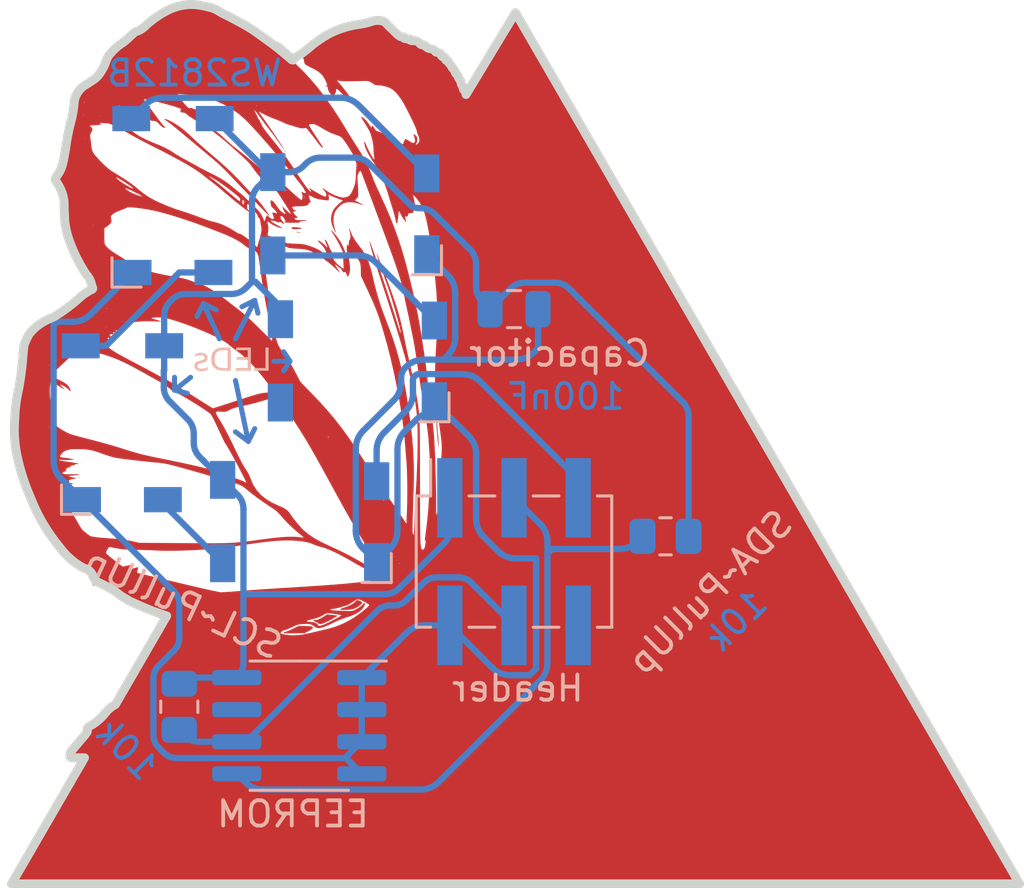
<source format=kicad_pcb>
(kicad_pcb (version 20220609) (generator pcbnew)
  (layers (0 "F.Cu" signal) (31 "B.Cu" signal) (34 "B.Paste" user) (35 "F.Paste" user) (36 "B.SilkS" user "B.Silkscreen") (37 "F.SilkS" user "F.Silkscreen") (38 "B.Mask" user) (39 "F.Mask" user) (44 "Edge.Cuts" user))
  (net 0 "")
  (net 1 "Net-(D1-Pad2)")
  (net 3 "/SDA")
  (net 4 "/SCL")
  (net 7 "+3V3")
  (net 8 "GND")
  (net 9 "LED_DATA")
  (net 10 "Net-(D2-Pad2)")
  (net 11 "Net-(D3-Pad2)")
  (net 12 "Net-(D4-Pad2)")
  (footprint "BamboulabFootprints:Butterfly Back No Soldermask" (layer "F.Cu") (at 115.661816 86.310817)
    (fp_text reference "G***" hide)
    (fp_text value "LOGO" hide)
  )
  (footprint "BamboulabFootprints:Butterfly Copper" (layer "F.Cu") (at 120.55 86.85)
    (fp_text reference "G***" hide)
    (fp_text value "LOGO" hide)
  )
  (footprint "BamboulabFootprints:Butterfly No Soldermask" (layer "F.Cu") (at 115.75 86.35)
    (fp_text reference "G***" hide)
    (fp_text value "LOGO" hide)
  )
  (footprint "Capacitor_SMD:C_0805_2012Metric" (layer "B.Cu") (at 120.5 81.5)
    (fp_text reference "Capacitor")
    (fp_text value "100nF")
  )
  (footprint "BamboulabFootprints:LED WS2812B 5mm Reverse Mount" (layer "B.Cu") (at 114.3 83.55 180)
    (fp_text reference "D5")
    (fp_text value "WS2812B")
  )
  (footprint "BamboulabFootprints:LED WS2812B 5mm Reverse Mount" (layer "B.Cu") (at 112.014 89.916 180)
    (fp_text reference "D1")
    (fp_text value "WS2812B")
  )
  (footprint "BamboulabFootprints:LED WS2812B 5mm Reverse Mount" (layer "B.Cu") (at 107 77 90)
    (fp_text reference "D3")
    (fp_text value "WS2812B")
  )
  (footprint "Package_SO:SOIC-8_3.9x4.9mm_P1.27mm" (layer "B.Cu") (at 112 98 180)
    (fp_text reference "EEPROM")
    (fp_text value "ZD24C08A-SSGMT")
  )
  (footprint "BamboulabFootprints:LED WS2812B 5mm Reverse Mount" (layer "B.Cu") (at 114 77.724 180)
    (fp_text reference "D4")
    (fp_text value "WS2812B")
  )
  (footprint "BamboulabFootprints:LED WS2812B 5mm Reverse Mount" (layer "B.Cu") (at 105 86 90)
    (fp_text reference "D2")
    (fp_text value "WS2812B")
  )
  (footprint "Resistor_SMD:R_0805_2012Metric" (layer "B.Cu") (at 107.25 97.25 90)
    (fp_text reference "SCL~PullUp")
    (fp_text value "10k")
  )
  (footprint "Resistor_SMD:R_0805_2012Metric" (layer "B.Cu") (at 126.5 90.5)
    (fp_text reference "SDA~PullUp")
    (fp_text value "10k")
  )
  (footprint "Connector_PinHeader_2.54mm:PinHeader_2x03_P2.54mm_Vertical_SMD" (layer "B.Cu") (at 120.5 91.5 -90)
    (fp_text reference "Header")
    (fp_text value "SA02")
  )
  (gr_line (start 109.982 86.741) (end 109.474 86.36) (stroke (width 0.2)) (layer "B.Cu"))
  (gr_line (start 111.633 83.566) (end 111.379 83.947) (stroke (width 0.2)) (layer "B.Cu"))
  (gr_line (start 109.474 82.677) (end 110.236 81.153) (stroke (width 0.2)) (layer "B.Cu"))
  (gr_line (start 107.061 84.709) (end 107.061 84.201) (stroke (width 0.2)) (layer "B.Cu"))
  (gr_line (start 108.204 81.28) (end 107.95 81.788) (stroke (width 0.2)) (layer "B.Cu"))
  (gr_line (start 111.633 83.566) (end 111.379 83.185) (stroke (width 0.2)) (layer "B.Cu"))
  (gr_line (start 110.236 81.153) (end 109.728 81.407) (stroke (width 0.2)) (layer "B.Cu"))
  (gr_line (start 107.696 84.201) (end 107.061 84.709) (stroke (width 0.2)) (layer "B.Cu"))
  (gr_line (start 108.839 82.677) (end 108.204 81.28) (stroke (width 0.2)) (layer "B.Cu"))
  (gr_line (start 107.061 84.709) (end 107.569 84.836) (stroke (width 0.2)) (layer "B.Cu"))
  (gr_line (start 110.236 81.153) (end 110.363 81.661) (stroke (width 0.2)) (layer "B.Cu"))
  (gr_line (start 109.474 84.328) (end 109.982 86.741) (stroke (width 0.2)) (layer "B.Cu"))
  (gr_line (start 109.982 86.741) (end 110.236 86.233) (stroke (width 0.2)) (layer "B.Cu"))
  (gr_line (start 108.204 81.28) (end 108.712 81.534) (stroke (width 0.2)) (layer "B.Cu"))
  (gr_line (start 110.998 83.566) (end 111.633 83.566) (stroke (width 0.2)) (layer "B.Cu"))
  (gr_line (start 111.123016 71.086564) (end 111.195174 71.144788) (stroke (width 0.35388)) (layer "Edge.Cuts"))
  (gr_line (start 111.472921 71.374264) (end 111.578359 71.464275) (stroke (width 0.35388)) (layer "Edge.Cuts"))
  (gr_line (start 111.578359 71.464275) (end 111.676748 71.550886) (stroke (width 0.35388)) (layer "Edge.Cuts"))
  (gr_line (start 111.720771 71.591011) (end 111.76 71.628) (stroke (width 0.35388)) (layer "Edge.Cuts"))
  (gr_line (start 111.195174 71.144788) (end 111.36852 71.286948) (stroke (width 0.35388)) (layer "Edge.Cuts"))
  (gr_line (start 111.76 71.628) (end 111.76 71.628) (stroke (width 0.35388)) (layer "Edge.Cuts"))
  (gr_line (start 111.36852 71.286948) (end 111.472921 71.374264) (stroke (width 0.35388)) (layer "Edge.Cuts"))
  (gr_poly (pts (xy 100.605697 104.266371) (xy 103.496898 99.273121) (xy 103.143018 99.273121) (xy 103.072325 99.272914) (xy 103.043271 99.272421) (xy 103.018054 99.271462) (xy 102.996403 99.269881) (xy 102.978049 99.267523) (xy 102.962722 99.264231) (xy 102.95611 99.262186) (xy 102.950153 99.25985) (xy 102.944819 99.257203) (xy 102.940072 99.254226) (xy 102.935881 99.250899) (xy 102.93221 99.247202) (xy 102.929027 99.243116) (xy 102.926297 99.238622) (xy 102.923988 99.233701) (xy 102.922064 99.228332) (xy 102.919241 99.216176) (xy 102.917558 99.201998) (xy 102.916745 99.185643) (xy 102.916535 99.166955) (xy 102.916689 99.157163) (xy 102.917191 99.147633) (xy 102.918098 99.138271) (xy 102.919465 99.128989) (xy 102.921351 99.119693) (xy 102.923813 99.110293) (xy 102.926907 99.100698) (xy 102.93069 99.090815) (xy 102.93522 99.080554) (xy 102.940553 99.069823) (xy 102.946747 99.058531) (xy 102.953858 99.046587) (xy 102.961944 99.033898) (xy 102.971061 99.020375) (xy 102.981267 99.005925) (xy 102.992619 98.990456) (xy 103.018987 98.956101) (xy 103.050622 98.916577) (xy 103.08798 98.871154) (xy 103.131517 98.819101) (xy 103.376579 98.529969) (xy 103.407004 98.496319) (xy 103.436838 98.462157) (xy 103.466074 98.42749) (xy 103.494706 98.392326) (xy 103.522727 98.356674) (xy 103.550131 98.320541) (xy 103.576911 98.283936) (xy 103.603062 98.246865) (xy 103.604406 98.241412) (xy 103.605572 98.235928) (xy 103.606558 98.230418) (xy 103.607364 98.224887) (xy 103.607992 98.219338) (xy 103.60844 98.213776) (xy 103.608709 98.208205) (xy 103.608799 98.20263) (xy 103.608709 98.197055) (xy 103.60844 98.191484) (xy 103.607992 98.185922) (xy 103.607364 98.180373) (xy 103.606558 98.174841) (xy 103.605572 98.169331) (xy 103.604406 98.163847) (xy 103.603062 98.158394) (xy 103.603292 98.146768) (xy 103.604071 98.135717) (xy 103.604709 98.13038) (xy 103.605534 98.125153) (xy 103.606565 98.120027) (xy 103.607817 98.114989) (xy 103.609307 98.110029) (xy 103.611053 98.105135) (xy 103.613071 98.100298) (xy 103.615378 98.095505) (xy 103.617991 98.090745) (xy 103.620927 98.086009) (xy 103.624202 98.081284) (xy 103.627833 98.07656) (xy 103.631838 98.071825) (xy 103.636233 98.067069) (xy 103.641034 98.062281) (xy 103.64626 98.057449) (xy 103.651926 98.052563) (xy 103.65805 98.047611) (xy 103.664647 98.042583) (xy 103.671736 98.037467) (xy 103.679334 98.032253) (xy 103.687456 98.026929) (xy 103.705341 98.01591) (xy 103.725529 98.00432) (xy 103.748153 97.992071) (xy 103.792792 97.965068) (xy 103.836694 97.936989) (xy 103.879842 97.907851) (xy 103.922218 97.87767) (xy 103.963803 97.846462) (xy 104.004579 97.814242) (xy 104.044529 97.781029) (xy 104.083634 97.746837) (xy 104.121877 97.711682) (xy 104.159238 97.675582) (xy 104.195701 97.638551) (xy 104.231248 97.600607) (xy 104.265859 97.561766) (xy 104.299517 97.522043) (xy 104.332205 97.481455) (xy 104.363903 97.440018) (xy 104.382867 97.419044) (xy 104.402293 97.398534) (xy 104.422171 97.378495) (xy 104.442495 97.358934) (xy 104.463253 97.339857) (xy 104.484438 97.321272) (xy 104.506041 97.303186) (xy 104.528052 97.285605) (xy 104.550463 97.268536) (xy 104.573264 97.251987) (xy 104.596448 97.235965) (xy 104.620005 97.220475) (xy 104.643926 97.205527) (xy 104.668202 97.191125) (xy 104.692824 97.177277) (xy 104.717784 97.163991) (xy 105.333536 96.102352) (xy 106.749056 93.653503) (xy 106.56427 93.590933) (xy 106.380521 93.525487) (xy 106.197843 93.457177) (xy 106.01627 93.386017) (xy 105.835834 93.312019) (xy 105.65657 93.235198) (xy 105.478509 93.155566) (xy 105.301686 93.073137) (xy 105.283993 93.073137) (xy 105.267086 93.059028) (xy 105.249808 93.045398) (xy 105.232168 93.032252) (xy 105.214176 93.019599) (xy 105.195844 93.007446) (xy 105.17718 92.995798) (xy 105.158196 92.984664) (xy 105.138902 92.974051) (xy 105.091536 92.949332) (xy 105.045001 92.923164) (xy 104.999327 92.89557) (xy 104.954547 92.866571) (xy 104.910695 92.836189) (xy 104.867801 92.804444) (xy 104.8259 92.77136) (xy 104.785022 92.736956) (xy 104.704676 92.683295) (xy 104.623212 92.63141) (xy 104.540662 92.581315) (xy 104.457055 92.533029) (xy 104.37242 92.486568) (xy 104.286788 92.441948) (xy 104.200187 92.399187) (xy 104.112648 92.3583) (xy 104.049254 92.325262) (xy 104.022357 92.310434) (xy 103.998301 92.296372) (xy 103.976816 92.282808) (xy 103.957633 92.269472) (xy 103.940481 92.256095) (xy 103.925093 92.242406) (xy 103.911197 92.228137) (xy 103.898524 92.213017) (xy 103.886805 92.196778) (xy 103.875771 92.17915) (xy 103.865151 92.159863) (xy 103.854676 92.138647) (xy 103.844077 92.115233) (xy 103.833084 92.089352) (xy 103.823225 92.058727) (xy 103.811337 92.029143) (xy 103.797505 92.000676) (xy 103.781812 91.973403) (xy 103.764344 91.947402) (xy 103.745185 91.92275) (xy 103.72442 91.899522) (xy 103.702133 91.877798) (xy 103.678409 91.857652) (xy 103.653332 91.839163) (xy 103.626987 91.822407) (xy 103.599459 91.807461) (xy 103.570832 91.794402) (xy 103.541191 91.783308) (xy 103.51062 91.774254) (xy 103.479204 91.767319) (xy 103.41182 91.730491) (xy 103.345545 91.691899) (xy 103.28041 91.651572) (xy 103.216449 91.609536) (xy 103.153692 91.565818) (xy 103.092171 91.520446) (xy 103.03192 91.473447) (xy 102.97297 91.424848) (xy 102.915352 91.374676) (xy 102.859099 91.322958) (xy 102.804243 91.269721) (xy 102.750816 91.214992) (xy 102.69885 91.158799) (xy 102.648377 91.101169) (xy 102.599428 91.042128) (xy 102.552037 90.981704) (xy 102.353864 90.730451) (xy 102.205627 90.531247) (xy 102.064633 90.327133) (xy 101.930996 90.118311) (xy 101.80483 89.904981) (xy 101.686249 89.687343) (xy 101.575367 89.465599) (xy 101.472297 89.239948) (xy 101.377155 89.010593) (xy 101.297975 88.819057) (xy 101.265186 88.740374) (xy 101.242682 88.688563) (xy 101.173812 88.509088) (xy 101.109033 88.328176) (xy 101.048365 88.145894) (xy 100.991828 87.962315) (xy 100.939443 87.777508) (xy 100.891231 87.591543) (xy 100.847213 87.404491) (xy 100.80741 87.216423) (xy 100.778169 87.045471) (xy 100.75474 86.873776) (xy 100.73713 86.701486) (xy 100.725347 86.528749) (xy 100.719398 86.355713) (xy 100.719291 86.182526) (xy 100.725033 86.009335) (xy 100.736633 85.836289) (xy 100.742589 85.693844) (xy 100.752042 85.551653) (xy 100.764983 85.40978) (xy 100.781404 85.268288) (xy 100.801296 85.127243) (xy 100.824652 84.986707) (xy 100.851464 84.846745) (xy 100.881722 84.707422) (xy 100.912134 84.540948) (xy 100.940182 84.374089) (xy 100.965863 84.206868) (xy 100.989175 84.03931) (xy 101.010115 83.87144) (xy 101.028678 83.703281) (xy 101.044861 83.534859) (xy 101.058662 83.366197) (xy 101.072321 83.212043) (xy 101.085647 83.077792) (xy 101.096982 82.978043) (xy 101.101385 82.945668) (xy 101.104668 82.927394) (xy 101.125794 82.869017) (xy 101.148366 82.811216) (xy 101.172371 82.754016) (xy 101.197796 82.697445) (xy 101.22463 82.641527) (xy 101.252859 82.58629) (xy 101.282473 82.531761) (xy 101.313458 82.477965) (xy 101.337036 82.449276) (xy 101.361132 82.421049) (xy 101.385736 82.393291) (xy 101.410844 82.366009) (xy 101.436446 82.339208) (xy 101.462537 82.312896) (xy 101.489109 82.287079) (xy 101.516155 82.261764) (xy 101.543667 82.236956) (xy 101.57164 82.212664) (xy 101.600065 82.188892) (xy 101.628935 82.165649) (xy 101.658244 82.142939) (xy 101.687984 82.120771) (xy 101.718148 82.099149) (xy 101.74873 82.078082) (xy 101.802096 82.043729) (xy 101.856326 82.010819) (xy 101.911388 81.979368) (xy 101.967254 81.949389) (xy 102.023893 81.9209) (xy 102.081276 81.893915) (xy 102.139374 81.868449) (xy 102.198157 81.844518) (xy 102.217086 81.836852) (xy 102.235806 81.828713) (xy 102.254309 81.820106) (xy 102.272585 81.811036) (xy 102.290625 81.801506) (xy 102.308422 81.791521) (xy 102.325966 81.781086) (xy 102.343248 81.770205) (xy 102.467453 81.690732) (xy 102.589871 81.608626) (xy 102.710462 81.52392) (xy 102.829184 81.436642) (xy 102.945997 81.346826) (xy 103.060859 81.2545) (xy 103.17373 81.159697) (xy 103.284568 81.062447) (xy 103.311483 81.038192) (xy 103.33879 81.014408) (xy 103.366484 80.991099) (xy 103.394558 80.96827) (xy 103.423006 80.945925) (xy 103.45182 80.924068) (xy 103.480996 80.902704) (xy 103.510527 80.881837) (xy 103.540405 80.861472) (xy 103.570625 80.841613) (xy 103.601181 80.822265) (xy 103.632066 80.803432) (xy 103.663274 80.785118) (xy 103.694797 80.767327) (xy 103.726631 80.750065) (xy 103.758769 80.733336) (xy 103.771299 80.728178) (xy 103.782372 80.723258) (xy 103.792026 80.718484) (xy 103.796331 80.716122) (xy 103.800295 80.713762) (xy 103.803922 80.711391) (xy 103.807216 80.708998) (xy 103.810182 80.706571) (xy 103.812826 80.704099) (xy 103.81515 80.70157) (xy 103.81716 80.698973) (xy 103.818861 80.696295) (xy 103.820256 80.693524) (xy 103.82135 80.690651) (xy 103.822149 80.687662) (xy 103.822656 80.684546) (xy 103.822875 80.681291) (xy 103.822812 80.677886) (xy 103.822472 80.674319) (xy 103.821858 80.670578) (xy 103.820974 80.666652) (xy 103.819827 80.662529) (xy 103.81842 80.658197) (xy 103.814844 80.648861) (xy 103.810283 80.638551) (xy 103.804773 80.627173) (xy 103.798383 80.610382) (xy 103.792423 80.593444) (xy 103.786896 80.576365) (xy 103.781805 80.559154) (xy 103.777153 80.54182) (xy 103.77294 80.524371) (xy 103.769171 80.506814) (xy 103.765846 80.489159) (xy 103.759042 80.464466) (xy 103.75148 80.44004) (xy 103.743171 80.415897) (xy 103.734124 80.392055) (xy 103.724347 80.368528) (xy 103.713849 80.345335) (xy 103.70264 80.32249) (xy 103.690728 80.30001) (xy 103.678122 80.277912) (xy 103.664832 80.256212) (xy 103.650865 80.234926) (xy 103.636232 80.21407) (xy 103.620942 80.193661) (xy 103.605002 80.173716) (xy 103.588423 80.154249) (xy 103.571212 80.135279) (xy 103.457165 79.95755) (xy 103.349378 79.776173) (xy 103.247933 79.591314) (xy 103.152912 79.403142) (xy 103.064395 79.211824) (xy 102.982463 79.017528) (xy 102.907198 78.820422) (xy 102.83868 78.620673) (xy 102.817414 78.544964) (xy 102.79779 78.468842) (xy 102.779813 78.392333) (xy 102.763489 78.315464) (xy 102.748822 78.238261) (xy 102.735818 78.160752) (xy 102.724483 78.082962) (xy 102.714822 78.00492) (xy 102.690051 77.491794) (xy 102.692593 77.423755) (xy 102.692239 77.355763) (xy 102.689001 77.287908) (xy 102.682887 77.220282) (xy 102.67391 77.152976) (xy 102.662077 77.086082) (xy 102.647401 77.019691) (xy 102.629891 76.953896) (xy 102.607964 76.889777) (xy 102.583778 76.826545) (xy 102.557359 76.76426) (xy 102.528738 76.70298) (xy 102.497941 76.642763) (xy 102.464999 76.583668) (xy 102.429939 76.525754) (xy 102.392791 76.469079) (xy 102.388079 76.462647) (xy 102.383518 76.456116) (xy 102.379107 76.44949) (xy 102.37485 76.44277) (xy 102.370747 76.435959) (xy 102.366799 76.429061) (xy 102.363008 76.422077) (xy 102.359375 76.415011) (xy 102.355902 76.407866) (xy 102.35259 76.400643) (xy 102.34944 76.393346) (xy 102.346454 76.385977) (xy 102.343632 76.378539) (xy 102.340977 76.371035) (xy 102.338489 76.363467) (xy 102.336171 76.355838) (xy 102.345324 76.332723) (xy 102.355298 76.309976) (xy 102.366081 76.28762) (xy 102.377661 76.265675) (xy 102.390027 76.244163) (xy 102.403166 76.223105) (xy 102.417067 76.202523) (xy 102.431719 76.182437) (xy 102.462668 76.134769) (xy 102.49071 76.089225) (xy 102.51617 76.044698) (xy 102.539376 76.000078) (xy 102.560652 75.954255) (xy 102.580327 75.90612) (xy 102.598727 75.854564) (xy 102.616179 75.798477) (xy 102.633008 75.73675) (xy 102.649541 75.668274) (xy 102.666106 75.591939) (xy 102.683029 75.506636) (xy 102.700636 75.411256) (xy 102.719253 75.30469) (xy 102.760827 75.053559) (xy 102.78119 74.915768) (xy 102.803835 74.778363) (xy 102.828757 74.64137) (xy 102.85595 74.50482) (xy 102.885407 74.368741) (xy 102.917124 74.23316) (xy 102.951094 74.098107) (xy 102.98731 73.963611) (xy 103.006453 73.876106) (xy 103.023926 73.788278) (xy 103.039724 73.70015) (xy 103.053844 73.611746) (xy 103.066282 73.52309) (xy 103.077036 73.434206) (xy 103.086101 73.345117) (xy 103.093474 73.255848) (xy 103.104326 73.204183) (xy 103.117981 73.153494) (xy 103.13437 73.103879) (xy 103.153422 73.055437) (xy 103.175067 73.008264) (xy 103.199233 72.962458) (xy 103.225851 72.918119) (xy 103.254851 72.875343) (xy 103.286162 72.834228) (xy 103.319713 72.794873) (xy 103.355435 72.757375) (xy 103.393257 72.721832) (xy 103.433108 72.688342) (xy 103.474918 72.657003) (xy 103.518617 72.627913) (xy 103.564134 72.601169) (xy 103.591857 72.584194) (xy 103.621364 72.56556) (xy 103.682242 72.52597) (xy 103.787079 72.456078) (xy 103.814327 72.439716) (xy 103.840975 72.422504) (xy 103.867003 72.404459) (xy 103.892396 72.385598) (xy 103.917134 72.36594) (xy 103.9412 72.345503) (xy 103.964576 72.324305) (xy 103.987244 72.302363) (xy 104.009186 72.279695) (xy 104.030384 72.256319) (xy 104.050821 72.232253) (xy 104.070479 72.207515) (xy 104.08934 72.182122) (xy 104.107385 72.156093) (xy 104.124598 72.129446) (xy 104.140959 72.102198) (xy 104.168956 72.060718) (xy 104.195563 72.018379) (xy 104.220761 71.975219) (xy 104.244532 71.931271) (xy 104.266858 71.886571) (xy 104.287719 71.841156) (xy 104.307099 71.79506) (xy 104.324977 71.748318) (xy 104.335397 71.716598) (xy 104.346385 71.685078) (xy 104.357937 71.653768) (xy 104.370051 71.622673) (xy 104.382724 71.591801) (xy 104.395952 71.561161) (xy 104.409733 71.530759) (xy 104.424064 71.500603) (xy 104.455046 71.45851) (xy 104.487021 71.417236) (xy 104.519971 71.376796) (xy 104.553878 71.337208) (xy 104.588725 71.298487) (xy 104.624496 71.260649) (xy 104.661173 71.223711) (xy 104.698739 71.187688) (xy 104.737177 71.152597) (xy 104.776468 71.118453) (xy 104.816597 71.085273) (xy 104.857546 71.053073) (xy 104.899298 71.021869) (xy 104.941836 70.991677) (xy 104.985142 70.962513) (xy 105.029199 70.934394) (xy 105.068774 70.903013) (xy 105.107922 70.87111) (xy 105.146637 70.83869) (xy 105.184913 70.805757) (xy 105.222746 70.772315) (xy 105.26013 70.73837) (xy 105.297061 70.703925) (xy 105.333533 70.668986) (xy 105.381736 70.623506) (xy 105.42123 70.587149) (xy 105.453592 70.558756) (xy 105.46759 70.547182) (xy 105.480396 70.537163) (xy 105.492206 70.528554) (xy 105.503218 70.521211) (xy 105.513629 70.514987) (xy 105.523636 70.509737) (xy 105.533435 70.505317) (xy 105.543223 70.501581) (xy 105.553199 70.498385) (xy 105.563558 70.495582) (xy 105.588555 70.486483) (xy 105.613236 70.476666) (xy 105.637585 70.466142) (xy 105.661589 70.454919) (xy 105.685233 70.443006) (xy 105.708503 70.430413) (xy 105.731385 70.417149) (xy 105.753862 70.403223) (xy 105.775923 70.388644) (xy 105.797551 70.373422) (xy 105.818733 70.357566) (xy 105.839453 70.341085) (xy 105.859699 70.323989) (xy 105.879454 70.306286) (xy 105.898706 70.287986) (xy 105.917438 70.269099) (xy 105.967753 70.223268) (xy 106.018854 70.178374) (xy 106.070727 70.134425) (xy 106.123358 70.09143) (xy 106.176735 70.0494) (xy 106.230844 70.008342) (xy 106.285672 69.968268) (xy 106.341204 69.929185) (xy 106.397427 69.891103) (xy 106.454328 69.854032) (xy 106.511894 69.817981) (xy 106.57011 69.782959) (xy 106.628964 69.748975) (xy 106.688441 69.716039) (xy 106.748529 69.68416) (xy 106.809214 69.653347) (xy 106.847938 69.634443) (xy 106.887016 69.616359) (xy 106.926436 69.5991) (xy 106.966182 69.582669) (xy 107.006244 69.567072) (xy 107.046606 69.552311) (xy 107.087257 69.538392) (xy 107.128182 69.525317) (xy 107.16937 69.513092) (xy 107.210805 69.50172) (xy 107.252476 69.491206) (xy 107.294368 69.481553) (xy 107.33647 69.472765) (xy 107.378767 69.464847) (xy 107.421246 69.457802) (xy 107.463894 69.451635) (xy 107.529132 69.443263) (xy 107.594567 69.437282) (xy 107.660133 69.433694) (xy 107.725765 69.432498) (xy 107.791397 69.433694) (xy 107.856963 69.437282) (xy 107.922398 69.443263) (xy 107.987637 69.451635) (xy 108.048423 69.460788) (xy 108.109052 69.470868) (xy 108.169512 69.481875) (xy 108.229792 69.493805) (xy 108.289883 69.506657) (xy 108.349774 69.520428) (xy 108.409454 69.535117) (xy 108.468913 69.550721) (xy 108.492466 69.556502) (xy 108.515866 69.562796) (xy 108.539104 69.569601) (xy 108.562172 69.576912) (xy 108.585062 69.584726) (xy 108.607766 69.593039) (xy 108.630276 69.601849) (xy 108.652584 69.611152) (xy 108.674682 69.620944) (xy 108.696561 69.631221) (xy 108.718213 69.641981) (xy 108.739631 69.653219) (xy 108.760806 69.664933) (xy 108.78173 69.677118) (xy 108.802395 69.689772) (xy 108.822793 69.70289) (xy 108.858068 69.724166) (xy 108.893639 69.74493) (xy 108.929501 69.765179) (xy 108.965648 69.78491) (xy 109.002074 69.804121) (xy 109.038774 69.822807) (xy 109.075743 69.840968) (xy 109.112975 69.858598) (xy 109.414879 70.014416) (xy 109.704839 70.170897) (xy 109.837876 70.245447) (xy 109.958969 70.315435) (xy 110.065133 70.379285) (xy 110.153382 70.435422) (xy 110.337344 70.563925) (xy 110.632447 70.776032) (xy 110.932195 70.994774) (xy 111.130091 71.143183) (xy 111.386654 71.356838) (xy 111.57797 71.517909) (xy 111.651649 71.581089) (xy 111.696298 71.620921) (xy 112.050179 71.405054) (xy 112.108252 71.363834) (xy 112.165677 71.321738) (xy 112.222443 71.278772) (xy 112.278542 71.234944) (xy 112.333963 71.190263) (xy 112.388698 71.144736) (xy 112.442735 71.098371) (xy 112.496065 71.051175) (xy 112.570079 70.993279) (xy 112.645102 70.936733) (xy 112.721113 70.881549) (xy 112.798095 70.827741) (xy 112.876029 70.775321) (xy 112.954896 70.724302) (xy 113.034678 70.674697) (xy 113.115355 70.626519) (xy 113.187792 70.588483) (xy 113.261 70.552112) (xy 113.334948 70.517415) (xy 113.409607 70.484403) (xy 113.484949 70.453085) (xy 113.560943 70.42347) (xy 113.637562 70.395568) (xy 113.714775 70.369388) (xy 113.792554 70.34494) (xy 113.87087 70.322233) (xy 113.949693 70.301277) (xy 114.028994 70.282082) (xy 114.108744 70.264656) (xy 114.188914 70.24901) (xy 114.269475 70.235153) (xy 114.350398 70.223095) (xy 114.406771 70.214305) (xy 114.462983 70.204609) (xy 114.519024 70.19401) (xy 114.574883 70.18251) (xy 114.63055 70.170112) (xy 114.686013 70.156817) (xy 114.741262 70.142628) (xy 114.796286 70.127547) (xy 114.826232 70.115421) (xy 114.856561 70.104573) (xy 114.887233 70.095006) (xy 114.918207 70.086723) (xy 114.949444 70.079727) (xy 114.980901 70.074021) (xy 115.012541 70.069609) (xy 115.044321 70.066493) (xy 115.076202 70.064677) (xy 115.108143 70.064164) (xy 115.140104 70.064957) (xy 115.172045 70.067059) (xy 115.203925 70.070473) (xy 115.235704 70.075203) (xy 115.267341 70.081251) (xy 115.298798 70.08862) (xy 115.310322 70.092183) (xy 115.321662 70.096193) (xy 115.332807 70.100642) (xy 115.343744 70.105522) (xy 115.354461 70.110826) (xy 115.364948 70.116544) (xy 115.375191 70.122669) (xy 115.38518 70.129193) (xy 115.394902 70.136108) (xy 115.404346 70.143406) (xy 115.413499 70.151079) (xy 115.422351 70.159118) (xy 115.430889 70.167517) (xy 115.439102 70.176266) (xy 115.446977 70.185357) (xy 115.454504 70.194784) (xy 115.470484 70.211925) (xy 115.488786 70.231057) (xy 115.508747 70.251515) (xy 115.529704 70.272638) (xy 115.550992 70.29376) (xy 115.571949 70.314218) (xy 115.59191 70.33335) (xy 115.610212 70.350491) (xy 115.651626 70.389363) (xy 115.702662 70.438519) (xy 115.729818 70.465191) (xy 115.757016 70.49232) (xy 115.783467 70.519199) (xy 115.808384 70.545125) (xy 115.831624 70.568067) (xy 115.853636 70.589153) (xy 115.874517 70.608435) (xy 115.894366 70.625965) (xy 115.913283 70.641794) (xy 115.931365 70.655975) (xy 115.948711 70.66856) (xy 115.965419 70.6796) (xy 115.981588 70.689147) (xy 115.997316 70.697252) (xy 116.012703 70.703969) (xy 116.027845 70.709348) (xy 116.042843 70.713441) (xy 116.057794 70.716301) (xy 116.072796 70.717979) (xy 116.087949 70.718527) (xy 116.113751 70.718575) (xy 116.131134 70.718914) (xy 116.137149 70.719283) (xy 116.141633 70.719833) (xy 116.144781 70.720601) (xy 116.145913 70.721078) (xy 116.146783 70.721623) (xy 116.147414 70.722241) (xy 116.147831 70.722935) (xy 116.148057 70.723712) (xy 116.148117 70.724574) (xy 116.147832 70.726576) (xy 116.14717 70.728977) (xy 116.145476 70.735122) (xy 116.144829 70.738938) (xy 116.144571 70.743298) (xy 116.144603 70.74782) (xy 116.144826 70.752104) (xy 116.14507 70.754159) (xy 116.145434 70.756159) (xy 116.145941 70.758104) (xy 116.146617 70.759997) (xy 116.147484 70.761837) (xy 116.148567 70.763627) (xy 116.149889 70.765368) (xy 116.151475 70.76706) (xy 116.15335 70.768707) (xy 116.155535 70.770307) (xy 116.158057 70.771864) (xy 116.160938 70.773378) (xy 116.164202 70.77485) (xy 116.167874 70.776282) (xy 116.171978 70.777676) (xy 116.176537 70.779032) (xy 116.181576 70.780351) (xy 116.187118 70.781636) (xy 116.193188 70.782886) (xy 116.199809 70.784105) (xy 116.207006 70.785292) (xy 116.214801 70.78645) (xy 116.223221 70.787579) (xy 116.232287 70.78868) (xy 116.242025 70.789756) (xy 116.252458 70.790808) (xy 116.26361 70.791836) (xy 116.275506 70.792841) (xy 116.317363 70.795952) (xy 116.346282 70.797818) (xy 116.364584 70.799186) (xy 116.37048 70.799917) (xy 116.374593 70.800804) (xy 116.377212 70.801939) (xy 116.378629 70.803416) (xy 116.379134 70.805329) (xy 116.379016 70.807771) (xy 116.378077 70.814613) (xy 116.377835 70.819201) (xy 116.378132 70.824691) (xy 116.378629 70.827615) (xy 116.379453 70.830416) (xy 116.3806 70.833097) (xy 116.382065 70.83566) (xy 116.383844 70.838105) (xy 116.385931 70.840436) (xy 116.388324 70.842655) (xy 116.391016 70.844762) (xy 116.394004 70.846761) (xy 116.397282 70.848653) (xy 116.400847 70.85044) (xy 116.404694 70.852123) (xy 116.408818 70.853706) (xy 116.413215 70.85519) (xy 116.417881 70.856576) (xy 116.42281 70.857867) (xy 116.427998 70.859065) (xy 116.433441 70.860171) (xy 116.445072 70.862118) (xy 116.457668 70.863722) (xy 116.471191 70.865) (xy 116.485606 70.865967) (xy 116.500877 70.866638) (xy 116.516966 70.867029) (xy 116.533839 70.867156) (xy 116.549512 70.866654) (xy 116.565104 70.867016) (xy 116.580583 70.868229) (xy 116.595916 70.870281) (xy 116.61107 70.873158) (xy 116.626015 70.876848) (xy 116.640716 70.881337) (xy 116.655142 70.886614) (xy 116.669262 70.892665) (xy 116.683041 70.899477) (xy 116.696449 70.907038) (xy 116.709453 70.915335) (xy 116.722021 70.924356) (xy 116.73412 70.934086) (xy 116.745718 70.944514) (xy 116.756782 70.955626) (xy 116.759154 70.959847) (xy 116.761657 70.963965) (xy 116.764287 70.96798) (xy 116.767041 70.971889) (xy 116.769916 70.975689) (xy 116.772908 70.979379) (xy 116.776014 70.982957) (xy 116.77923 70.986421) (xy 116.782553 70.989768) (xy 116.785979 70.992997) (xy 116.789505 70.996106) (xy 116.793129 70.999092) (xy 116.796845 71.001953) (xy 116.800651 71.004688) (xy 116.804544 71.007295) (xy 116.80852 71.00977) (xy 116.812575 71.012113) (xy 116.816707 71.014322) (xy 116.820912 71.016393) (xy 116.825185 71.018326) (xy 116.829525 71.020117) (xy 116.833928 71.021766) (xy 116.838389 71.02327) (xy 116.842906 71.024626) (xy 116.847476 71.025834) (xy 116.852094 71.026891) (xy 116.856758 71.027794) (xy 116.861464 71.028542) (xy 116.866209 71.029133) (xy 116.870989 71.029564) (xy 116.875801 71.029834) (xy 116.880641 71.029941) (xy 116.890583 71.030226) (xy 116.900457 71.031061) (xy 116.910197 71.032414) (xy 116.919734 71.034254) (xy 116.929002 71.03655) (xy 116.937932 71.039272) (xy 116.946459 71.042387) (xy 116.954513 71.045866) (xy 116.962029 71.049676) (xy 116.968938 71.053787) (xy 116.975173 71.058167) (xy 116.980667 71.062786) (xy 116.985352 71.067612) (xy 116.989161 71.072614) (xy 116.990716 71.075172) (xy 116.992027 71.077762) (xy 116.993085 71.08038) (xy 116.993882 71.083023) (xy 117.002444 71.091759) (xy 117.011299 71.100155) (xy 117.020437 71.108205) (xy 117.029848 71.115902) (xy 117.039522 71.123241) (xy 117.049446 71.130215) (xy 117.059612 71.136819) (xy 117.070008 71.143045) (xy 117.080625 71.14889) (xy 117.09145 71.154345) (xy 117.102474 71.159405) (xy 117.113687 71.164065) (xy 117.125076 71.168317) (xy 117.136633 71.172156) (xy 117.148347 71.175576) (xy 117.160206 71.178571) (xy 117.174157 71.180518) (xy 117.188051 71.182797) (xy 117.201883 71.185405) (xy 117.215647 71.188341) (xy 117.229338 71.191604) (xy 117.242949 71.195193) (xy 117.256474 71.199106) (xy 117.269909 71.203342) (xy 117.294059 71.212037) (xy 117.304449 71.216017) (xy 117.313813 71.21982) (xy 117.322223 71.223499) (xy 117.329752 71.227105) (xy 117.336472 71.23069) (xy 117.342455 71.234307) (xy 117.347776 71.238006) (xy 117.352505 71.241841) (xy 117.356716 71.245861) (xy 117.360481 71.250121) (xy 117.363873 71.25467) (xy 117.366964 71.259562) (xy 117.369827 71.264848) (xy 117.372535 71.270579) (xy 117.375197 71.276347) (xy 117.377906 71.281721) (xy 117.380708 71.286722) (xy 117.38365 71.29137) (xy 117.386778 71.295686) (xy 117.388427 71.297726) (xy 117.39014 71.299691) (xy 117.391923 71.301584) (xy 117.393782 71.303407) (xy 117.395722 71.305162) (xy 117.39775 71.306852) (xy 117.399871 71.30848) (xy 117.402091 71.310049) (xy 117.404417 71.31156) (xy 117.406853 71.313017) (xy 117.409405 71.314423) (xy 117.412081 71.315779) (xy 117.414884 71.317088) (xy 117.417822 71.318353) (xy 117.424122 71.320762) (xy 117.43103 71.323026) (xy 117.43859 71.325165) (xy 117.44685 71.3272) (xy 117.492018 71.339427) (xy 117.510899 71.34489) (xy 117.527524 71.350037) (xy 117.542055 71.354955) (xy 117.554652 71.359734) (xy 117.565477 71.364461) (xy 117.574689 71.369224) (xy 117.58245 71.374111) (xy 117.58892 71.379211) (xy 117.594261 71.384612) (xy 117.598631 71.390401) (xy 117.602194 71.396667) (xy 117.605108 71.403499) (xy 117.607535 71.410983) (xy 117.609635 71.419209) (xy 117.610987 71.424043) (xy 117.61251 71.428796) (xy 117.614198 71.433467) (xy 117.61605 71.438052) (xy 117.620227 71.446951) (xy 117.625011 71.455467) (xy 117.630375 71.463574) (xy 117.636288 71.471245) (xy 117.642723 71.478456) (xy 117.649651 71.485178) (xy 117.657042 71.491388) (xy 117.664867 71.497058) (xy 117.673099 71.502163) (xy 117.681708 71.506676) (xy 117.690665 71.510572) (xy 117.699942 71.513825) (xy 117.704691 71.515202) (xy 117.70951 71.516408) (xy 117.714393 71.51744) (xy 117.719339 71.518295) (xy 117.723372 71.518567) (xy 117.727369 71.519036) (xy 117.731323 71.5197) (xy 117.735228 71.520555) (xy 117.739078 71.521598) (xy 117.742866 71.522826) (xy 117.746585 71.524236) (xy 117.750228 71.525825) (xy 117.75379 71.52759) (xy 117.757263 71.529528) (xy 117.760641 71.531636) (xy 117.763918 71.533911) (xy 117.767086 71.536349) (xy 117.77014 71.538948) (xy 117.773073 71.541704) (xy 117.775877 71.544615) (xy 117.778534 71.547662) (xy 117.781026 71.550823) (xy 117.78335 71.55409) (xy 117.785505 71.557459) (xy 117.787486 71.56092) (xy 117.789293 71.564469) (xy 117.790922 71.568097) (xy 117.792372 71.571799) (xy 117.793639 71.575567) (xy 117.794721 71.579394) (xy 117.795615 71.583274) (xy 117.79632 71.5872) (xy 117.796833 71.591165) (xy 117.79715 71.595162) (xy 117.797271 71.599185) (xy 117.797191 71.603227) (xy 117.797267 71.613041) (xy 117.797448 71.617378) (xy 117.7978 71.621363) (xy 117.798379 71.625016) (xy 117.798773 71.626724) (xy 117.799244 71.628358) (xy 117.799801 71.629918) (xy 117.800451 71.631409) (xy 117.801201 71.632833) (xy 117.802057 71.634191) (xy 117.803028 71.635488) (xy 117.80412 71.636724) (xy 117.80534 71.637904) (xy 117.806695 71.639029) (xy 117.808193 71.640103) (xy 117.809841 71.641127) (xy 117.811646 71.642105) (xy 117.813614 71.643038) (xy 117.815754 71.64393) (xy 117.818072 71.644783) (xy 117.820575 71.6456) (xy 117.82327 71.646383) (xy 117.829267 71.647859) (xy 117.83612 71.649231) (xy 117.860504 71.653102) (xy 117.865291 71.654095) (xy 117.869648 71.655327) (xy 117.87168 71.656068) (xy 117.873621 71.656912) (xy 117.875479 71.657872) (xy 117.877258 71.658963) (xy 117.878964 71.660199) (xy 117.880604 71.661594) (xy 117.882182 71.663164) (xy 117.883706 71.664921) (xy 117.885181 71.66688) (xy 117.886612 71.669056) (xy 117.888005 71.671462) (xy 117.889367 71.674113) (xy 117.890703 71.677024) (xy 117.892018 71.680208) (xy 117.89332 71.683679) (xy 117.894613 71.687453) (xy 117.897197 71.695963) (xy 117.899817 71.705852) (xy 117.90303 71.711698) (xy 117.906349 71.71748) (xy 117.909775 71.723194) (xy 117.913306 71.728841) (xy 117.916942 71.734418) (xy 117.920681 71.739925) (xy 117.924522 71.745359) (xy 117.928465 71.75072) (xy 117.932507 71.756005) (xy 117.936648 71.761214) (xy 117.940888 71.766345) (xy 117.945224 71.771397) (xy 117.949656 71.776368) (xy 117.954183 71.781257) (xy 117.958804 71.786063) (xy 117.963517 71.790783) (xy 117.968414 71.794788) (xy 117.973147 71.798961) (xy 117.977712 71.803298) (xy 117.982107 71.807794) (xy 117.986326 71.812443) (xy 117.990367 71.81724) (xy 117.994226 71.822179) (xy 117.997898 71.827256) (xy 118.001381 71.832465) (xy 118.00467 71.8378) (xy 118.007763 71.843257) (xy 118.010654 71.84883) (xy 118.013341 71.854513) (xy 118.01582 71.860302) (xy 118.018087 71.866191) (xy 118.020138 71.872175) (xy 118.022841 71.879271) (xy 118.025758 71.886267) (xy 118.028886 71.893159) (xy 118.032223 71.899943) (xy 118.035764 71.906614) (xy 118.039508 71.913167) (xy 118.04345 71.919599) (xy 118.047588 71.925905) (xy 118.051919 71.93208) (xy 118.05644 71.938119) (xy 118.061147 71.944019) (xy 118.066038 71.949774) (xy 118.07111 71.955381) (xy 118.076359 71.960834) (xy 118.081782 71.96613) (xy 118.087377 71.971263) (xy 118.094329 71.977223) (xy 118.101028 71.983431) (xy 118.107469 71.989878) (xy 118.113647 71.996555) (xy 118.119556 72.003454) (xy 118.12519 72.010567) (xy 118.130544 72.017884) (xy 118.135612 72.025399) (xy 118.14039 72.033101) (xy 118.144871 72.040984) (xy 118.149051 72.049038) (xy 118.152923 72.057254) (xy 118.156483 72.065625) (xy 118.159724 72.074143) (xy 118.162642 72.082797) (xy 118.16523 72.091581) (xy 118.166693 72.098922) (xy 118.168491 72.106158) (xy 118.170618 72.113279) (xy 118.173068 72.120274) (xy 118.175835 72.127134) (xy 118.178913 72.133847) (xy 118.182294 72.140403) (xy 118.185974 72.146793) (xy 118.189946 72.153006) (xy 118.194203 72.159031) (xy 118.198739 72.164858) (xy 118.203548 72.170477) (xy 118.208624 72.175878) (xy 118.213961 72.181051) (xy 118.219551 72.185984) (xy 118.22539 72.190668) (xy 118.231512 72.195777) (xy 118.237377 72.201137) (xy 118.242979 72.206738) (xy 118.248311 72.212569) (xy 118.253369 72.218621) (xy 118.258145 72.224883) (xy 118.262633 72.231345) (xy 118.266828 72.237997) (xy 118.270723 72.244828) (xy 118.274313 72.25183) (xy 118.27759 72.25899) (xy 118.28055 72.266301) (xy 118.283186 72.27375) (xy 118.285491 72.281328) (xy 118.287461 72.289026) (xy 118.289088 72.296832) (xy 118.291256 72.303244) (xy 118.293552 72.309606) (xy 118.295976 72.315916) (xy 118.298526 72.322172) (xy 118.301201 72.328373) (xy 118.304001 72.334516) (xy 118.306924 72.3406) (xy 118.30997 72.346622) (xy 118.313137 72.352582) (xy 118.316425 72.358477) (xy 118.319833 72.364305) (xy 118.323359 72.370065) (xy 118.327003 72.375754) (xy 118.330763 72.38137) (xy 118.33464 72.386913) (xy 118.338631 72.39238) (xy 118.346 72.400175) (xy 118.352978 72.40827) (xy 118.359558 72.416648) (xy 118.365733 72.425296) (xy 118.371498 72.434198) (xy 118.376845 72.443338) (xy 118.381767 72.452702) (xy 118.386259 72.462275) (xy 118.390312 72.472041) (xy 118.393921 72.481985) (xy 118.397079 72.492092) (xy 118.399779 72.502348) (xy 118.402015 72.512736) (xy 118.40378 72.523243) (xy 118.405066 72.533852) (xy 118.405869 72.544548) (xy 118.406583 72.550052) (xy 118.407475 72.555519) (xy 118.408543 72.560946) (xy 118.409786 72.566328) (xy 118.411201 72.571661) (xy 118.412788 72.576942) (xy 118.414544 72.582165) (xy 118.416468 72.587328) (xy 118.418559 72.592425) (xy 118.420814 72.597453) (xy 118.423233 72.602408) (xy 118.425813 72.607285) (xy 118.428553 72.612082) (xy 118.431452 72.616792) (xy 118.434507 72.621413) (xy 118.437718 72.62594) (xy 118.442169 72.632032) (xy 118.446421 72.638249) (xy 118.45047 72.644586) (xy 118.454314 72.651039) (xy 118.457952 72.657603) (xy 118.461381 72.664271) (xy 118.464599 72.671041) (xy 118.467604 72.677905) (xy 118.470394 72.68486) (xy 118.472967 72.6919) (xy 118.47532 72.69902) (xy 118.477451 72.706215) (xy 118.479359 72.71348) (xy 118.481041 72.72081) (xy 118.482496 72.728199) (xy 118.48372 72.735644) (xy 118.484478 72.743971) (xy 118.485675 72.752203) (xy 118.487301 72.760325) (xy 118.48935 72.768321) (xy 118.491813 72.776177) (xy 118.494681 72.783876) (xy 118.497947 72.791404) (xy 118.501602 72.798744) (xy 118.505638 72.805882) (xy 118.510048 72.812802) (xy 118.514822 72.819489) (xy 118.519953 72.825927) (xy 118.525432 72.832101) (xy 118.531252 72.837996) (xy 118.537404 72.843595) (xy 118.543879 72.848885) (xy 118.549606 72.853842) (xy 118.55507 72.859045) (xy 118.560263 72.864482) (xy 118.565181 72.870142) (xy 118.569818 72.876015) (xy 118.574166 72.882089) (xy 118.578221 72.888354) (xy 118.581976 72.894799) (xy 118.585426 72.901412) (xy 118.588563 72.908183) (xy 118.591383 72.915101) (xy 118.593879 72.922155) (xy 118.596044 72.929334) (xy 118.597874 72.936626) (xy 118.599362 72.944022) (xy 118.600502 72.95151) (xy 118.600502 72.997515) (xy 120.560998 69.755972) (xy 140.516305 104.266371) (xy 100.605697 104.266371)) (stroke (width 0.35388)) (fill none) (layer "Edge.Cuts"))
  (gr_line (start 111.676748 71.550886) (end 111.720771 71.591011) (stroke (width 0.35388)) (layer "Edge.Cuts"))
  (gr_line (start 111.76 71.628) (end 111.76 71.628) (stroke (width 0.35388)) (layer "Edge.Cuts"))
  (gr_text "LEDs" (at 109.347 83.566) (layer "B.SilkS") (effects (font (size 0.9 0.9) (thickness 0.225)) (justify mirror)))
  (segment (start 106.6 89.201) (end 108.966 91.567) (width 0.25) (layer "B.Cu") (net 1))
  (segment (start 106.6 89.048) (end 106.6 89.201) (width 0.25) (layer "B.Cu") (net 1))
  (segment (start 121.531618 90.006618) (end 120.5 88.975) (width 0.25) (layer "B.Cu") (net 3))
  (segment (start 125.380393 90.707107) (end 125.5875 90.5) (width 0.25) (layer "B.Cu") (net 3))
  (segment (start 121.531618 96.217404) (end 117.512395 100.236627) (width 0.25) (layer "B.Cu") (net 3))
  (segment (start 122 91) (end 124.673286 91) (width 0.25) (layer "B.Cu") (net 3))
  (segment (start 121.824511 91.175489) (end 121.824511 90.713725) (width 0.25) (layer "B.Cu") (net 3))
  (segment (start 121.824511 95.510297) (end 121.824511 91.175489) (width 0.25) (layer "B.Cu") (net 3))
  (segment (start 109.856627 100.236627) (end 109.525 99.905) (width 0.25) (layer "B.Cu") (net 3))
  (segment (start 121.824511 91.175489) (end 122 91) (width 0.25) (layer "B.Cu") (net 3))
  (segment (start 116.805288 100.52952) (end 110.563734 100.52952) (width 0.25) (layer "B.Cu") (net 3))
  (arc (start 121.824511 90.713725) (mid 121.748391 90.331042) (end 121.531618 90.006618) (width 0.25) (layer "B.Cu") (net 3))
  (arc (start 110.563734 100.52952) (mid 110.181051 100.4534) (end 109.856627 100.236627) (width 0.25) (layer "B.Cu") (net 3))
  (arc (start 116.805288 100.52952) (mid 117.187971 100.4534) (end 117.512395 100.236627) (width 0.25) (layer "B.Cu") (net 3))
  (arc (start 124.673286 91) (mid 125.055969 90.92388) (end 125.380393 90.707107) (width 0.25) (layer "B.Cu") (net 3))
  (arc (start 121.531618 96.217404) (mid 121.748391 95.892981) (end 121.824511 95.510297) (width 0.25) (layer "B.Cu") (net 3))
  (segment (start 118.805515 92.330515) (end 120.5 94.025) (width 0.25) (layer "B.Cu") (net 4))
  (segment (start 116.225973 93.035005) (end 116.930464 92.330514) (width 0.25) (layer "B.Cu") (net 4))
  (segment (start 110.106098 98.429974) (end 115.091016 93.445056) (width 0.25) (layer "B.Cu") (net 4))
  (segment (start 107.517474 98.429974) (end 107.25 98.1625) (width 0.25) (layer "B.Cu") (net 4))
  (segment (start 117.425438 92.125489) (end 118.31054 92.125489) (width 0.25) (layer "B.Cu") (net 4))
  (segment (start 109.525 98.635) (end 108.012449 98.635) (width 0.25) (layer "B.Cu") (net 4))
  (segment (start 115.58599 93.240031) (end 115.730998 93.240031) (width 0.25) (layer "B.Cu") (net 4))
  (segment (start 109.525 98.635) (end 109.611123 98.635) (width 0.25) (layer "B.Cu") (net 4))
  (arc (start 115.091016 93.445056) (mid 115.318112 93.293316) (end 115.58599 93.240031) (width 0.25) (layer "B.Cu") (net 4))
  (arc (start 107.517474 98.429974) (mid 107.74457 98.581715) (end 108.012449 98.635) (width 0.25) (layer "B.Cu") (net 4))
  (arc (start 116.930464 92.330514) (mid 117.15756 92.178774) (end 117.425438 92.125489) (width 0.25) (layer "B.Cu") (net 4))
  (arc (start 116.225973 93.035005) (mid 115.998877 93.186746) (end 115.730998 93.240031) (width 0.25) (layer "B.Cu") (net 4))
  (arc (start 118.31054 92.125489) (mid 118.578419 92.178773) (end 118.805515 92.330515) (width 0.25) (layer "B.Cu") (net 4))
  (arc (start 109.611123 98.635) (mid 109.879002 98.581716) (end 110.106098 98.429974) (width 0.25) (layer "B.Cu") (net 4))
  (segment (start 112.265685 75.734315) (end 112.161314 75.838686) (width 0.25) (layer "B.Cu") (net 7))
  (segment (start 110.264533 80.419533) (end 111.017686 81.172686) (width 0.25) (layer "B.Cu") (net 7))
  (segment (start 109.556196 96.063804) (end 109.525 96.095) (width 0.25) (layer "B.Cu") (net 7))
  (segment (start 109.790511 92.790511) (end 109.790511 95.498118) (width 0.25) (layer "B.Cu") (net 7))
  (segment (start 106.63648 83.93252) (end 106.63648 84.588109) (width 0.25) (layer "B.Cu") (net 7))
  (segment (start 115.388118 92.790511) (end 109.790511 92.790511) (width 0.25) (layer "B.Cu") (net 7))
  (segment (start 106.651 82.952) (end 106.651 83.918) (width 0.25) (layer "B.Cu") (net 7))
  (segment (start 117.357337 77.734315) (end 118.765686 79.142664) (width 0.25) (layer "B.Cu") (net 7))
  (segment (start 110.127489 80.419533) (end 110.264533 80.419533) (width 0.25) (layer "B.Cu") (net 7))
  (segment (start 106.651 83.918) (end 106.63648 83.93252) (width 0.25) (layer "B.Cu") (net 7))
  (segment (start 119 79.708349) (end 119 80.618629) (width 0.25) (layer "B.Cu") (net 7))
  (segment (start 110.952 76.073) (end 110.772 76.073) (width 0.25) (layer "B.Cu") (net 7))
  (segment (start 106.870795 85.153795) (end 107.588686 85.871686) (width 0.25) (layer "B.Cu") (net 7))
  (segment (start 115.953804 92.556196) (end 117.725686 90.784314) (width 0.25) (layer "B.Cu") (net 7))
  (segment (start 120.930891 80.45048) (end 122.119109 80.45048) (width 0.25) (layer "B.Cu") (net 7))
  (segment (start 108.966 88.265) (end 109.556197 88.855197) (width 0.25) (layer "B.Cu") (net 7))
  (segment (start 122.684795 80.684795) (end 127.178186 85.178186) (width 0.25) (layer "B.Cu") (net 7))
  (segment (start 107.258185 96.329315) (end 107.25 96.3375) (width 0.25) (layer "B.Cu") (net 7))
  (segment (start 127.4125 85.743871) (end 127.4125 90.5) (width 0.25) (layer "B.Cu") (net 7))
  (segment (start 109.525 96.095) (end 107.823871 96.095) (width 0.25) (layer "B.Cu") (net 7))
  (segment (start 116.791651 77.5) (end 116.732085 77.5) (width 0.25) (layer "B.Cu") (net 7))
  (segment (start 110.772 76.073) (end 108.651 73.952) (width 0.25) (layer "B.Cu") (net 7))
  (segment (start 117.96 90.218629) (end 117.96 88.975) (width 0.25) (layer "B.Cu") (net 7))
  (segment (start 106.651 82.952) (end 106.651 81.767371) (width 0.25) (layer "B.Cu") (net 7))
  (segment (start 107.519371 80.899) (end 109.316651 80.899) (width 0.25) (layer "B.Cu") (net 7))
  (segment (start 111.595629 76.073) (end 110.952 76.073) (width 0.25) (layer "B.Cu") (net 7))
  (segment (start 111.252 81.738371) (end 111.252 81.915) (width 0.25) (layer "B.Cu") (net 7))
  (segment (start 107.823 86.437371) (end 107.823 86.790629) (width 0.25) (layer "B.Cu") (net 7))
  (segment (start 108.057315 87.356315) (end 108.966 88.265) (width 0.25) (layer "B.Cu") (net 7))
  (segment (start 106.885315 81.201685) (end 106.953686 81.133314) (width 0.25) (layer "B.Cu") (net 7))
  (segment (start 109.882337 80.664685) (end 110.127489 80.419533) (width 0.25) (layer "B.Cu") (net 7))
  (segment (start 110.361804 76.663196) (end 110.952 76.073) (width 0.25) (layer "B.Cu") (net 7))
  (segment (start 114.193607 75.5) (end 112.831371 75.5) (width 0.25) (layer "B.Cu") (net 7))
  (segment (start 119.55 81.5) (end 120.365206 80.684794) (width 0.25) (layer "B.Cu") (net 7))
  (segment (start 109.790511 89.420882) (end 109.790511 92.790511) (width 0.25) (layer "B.Cu") (net 7))
  (segment (start 116.378531 77.353553) (end 114.759292 75.734314) (width 0.25) (layer "B.Cu") (net 7))
  (segment (start 110.127489 80.419533) (end 110.127489 77.228882) (width 0.25) (layer "B.Cu") (net 7))
  (segment (start 119.55 81.5) (end 119.234314 81.184314) (width 0.25) (layer "B.Cu") (net 7))
  (arc (start 107.823 86.790629) (mid 107.883897 87.096776) (end 108.057315 87.356315) (width 0.25) (layer "B.Cu") (net 7))
  (arc (start 107.823 86.437371) (mid 107.762104 86.131225) (end 107.588686 85.871686) (width 0.25) (layer "B.Cu") (net 7))
  (arc (start 119 80.618629) (mid 119.060896 80.924775) (end 119.234314 81.184314) (width 0.25) (layer "B.Cu") (net 7))
  (arc (start 115.953804 92.556196) (mid 115.694265 92.729615) (end 115.388118 92.790511) (width 0.25) (layer "B.Cu") (net 7))
  (arc (start 120.365206 80.684794) (mid 120.624745 80.511376) (end 120.930891 80.45048) (width 0.25) (layer "B.Cu") (net 7))
  (arc (start 106.651 81.767371) (mid 106.711897 81.461224) (end 106.885315 81.201685) (width 0.25) (layer "B.Cu") (net 7))
  (arc (start 127.178186 85.178186) (mid 127.351604 85.437725) (end 127.4125 85.743871) (width 0.25) (layer "B.Cu") (net 7))
  (arc (start 111.017686 81.172686) (mid 111.191104 81.432225) (end 111.252 81.738371) (width 0.25) (layer "B.Cu") (net 7))
  (arc (start 112.161314 75.838686) (mid 111.901775 76.012104) (end 111.595629 76.073) (width 0.25) (layer "B.Cu") (net 7))
  (arc (start 106.870795 85.153795) (mid 106.697376 84.894256) (end 106.63648 84.588109) (width 0.25) (layer "B.Cu") (net 7))
  (arc (start 122.684795 80.684795) (mid 122.425256 80.511376) (end 122.119109 80.45048) (width 0.25) (layer "B.Cu") (net 7))
  (arc (start 114.193607 75.5) (mid 114.499753 75.560896) (end 114.759292 75.734314) (width 0.25) (layer "B.Cu") (net 7))
  (arc (start 109.790511 89.420882) (mid 109.729615 89.114736) (end 109.556197 88.855197) (width 0.25) (layer "B.Cu") (net 7))
  (arc (start 109.790511 95.498118) (mid 109.729614 95.804265) (end 109.556196 96.063804) (width 0.25) (layer "B.Cu") (net 7))
  (arc (start 107.519371 80.899) (mid 107.213225 80.959896) (end 106.953686 81.133314) (width 0.25) (layer "B.Cu") (net 7))
  (arc (start 119 79.708349) (mid 118.939104 79.402203) (end 118.765686 79.142664) (width 0.25) (layer "B.Cu") (net 7))
  (arc (start 112.265685 75.734315) (mid 112.525224 75.560896) (end 112.831371 75.5) (width 0.25) (layer "B.Cu") (net 7))
  (arc (start 117.96 90.218629) (mid 117.899104 90.524775) (end 117.725686 90.784314) (width 0.25) (layer "B.Cu") (net 7))
  (arc (start 110.127489 77.228882) (mid 110.188386 76.922735) (end 110.361804 76.663196) (width 0.25) (layer "B.Cu") (net 7))
  (arc (start 116.732085 77.5) (mid 116.540743 77.46194) (end 116.378531 77.353553) (width 0.25) (layer "B.Cu") (net 7))
  (arc (start 107.258185 96.329315) (mid 107.517724 96.155896) (end 107.823871 96.095) (width 0.25) (layer "B.Cu") (net 7))
  (arc (start 117.357337 77.734315) (mid 117.097798 77.560896) (end 116.791651 77.5) (width 0.25) (layer "B.Cu") (net 7))
  (arc (start 109.882337 80.664685) (mid 109.622798 80.838104) (end 109.316651 80.899) (width 0.25) (layer "B.Cu") (net 7))
  (segment (start 116.032141 84.403645) (end 116.032141 84.230669) (width 0.25) (layer "B.Cu") (net 8))
  (segment (start 115.886511 87.041703) (end 115.886511 90.277275) (width 0.25) (layer "B.Cu") (net 8))
  (segment (start 116.640893 85.873107) (end 116.179404 86.334596) (width 0.25) (layer "B.Cu") (net 8))
  (segment (start 103.4 89.048) (end 107.044975 92.692975) (width 0.25) (layer "B.Cu") (net 8))
  (segment (start 103.4 89.048) (end 102.567382 88.215382) (width 0.25) (layer "B.Cu") (net 8))
  (segment (start 120.585786 83.5) (end 117.713022 83.5) (width 0.25) (layer "B.Cu") (net 8))
  (segment (start 121.374991 91.374991) (end 120.573716 91.374991) (width 0.25) (layer "B.Cu") (net 8))
  (segment (start 114.237489 90.277275) (end 114.237489 87.026725) (width 0.25) (layer "B.Cu") (net 8))
  (segment (start 103.740893 81.707107) (end 105.4 80.048) (width 0.25) (layer "B.Cu") (net 8))
  (segment (start 121.113304 96) (end 121.374991 95.738313) (width 0.25) (layer "B.Cu") (net 8))
  (segment (start 114.475 96.095) (end 114.475 97.365) (width 0.25) (layer "B.Cu") (net 8))
  (segment (start 116.207877 83.806405) (end 116.221389 83.792893) (width 0.25) (layer "B.Cu") (net 8))
  (segment (start 115.062 91.516) (end 114.530382 90.984382) (width 0.25) (layer "B.Cu") (net 8))
  (segment (start 119.866609 91.082098) (end 119.292893 90.508382) (width 0.25) (layer "B.Cu") (net 8))
  (segment (start 117.879618 83.333404) (end 117.713022 83.5) (width 0.25) (layer "B.Cu") (net 8))
  (segment (start 113.82952 99.25952) (end 114.475 99.905) (width 0.25) (layer "B.Cu") (net 8))
  (segment (start 116.928496 83.5) (end 117.713022 83.5) (width 0.25) (layer "B.Cu") (net 8))
  (segment (start 107.25 93.187949) (end 107.25 94.522558) (width 0.25) (layer "B.Cu") (net 8))
  (segment (start 114.475 98.635) (end 114.45404 98.635) (width 0.25) (layer "B.Cu") (net 8))
  (segment (start 120.349214 96) (end 121.113304 96) (width 0.25) (layer "B.Cu") (net 8))
  (segment (start 117.96 94.025) (end 119.642107 95.707107) (width 0.25) (layer "B.Cu") (net 8))
  (segment (start 114.530382 86.319618) (end 115.739248 85.110752) (width 0.25) (layer "B.Cu") (net 8))
  (segment (start 118.172511 80.862725) (end 118.172511 82.626297) (width 0.25) (layer "B.Cu") (net 8))
  (segment (start 102.274489 87.508275) (end 102.274489 82.127489) (width 0.25) (layer "B.Cu") (net 8))
  (segment (start 107.132936 99.28048) (end 113.80856 99.28048) (width 0.25) (layer "B.Cu") (net 8))
  (segment (start 115.593618 90.984382) (end 115.062 91.516) (width 0.25) (layer "B.Cu") (net 8))
  (segment (start 106.430506 98.867999) (end 106.637962 99.075455) (width 0.25) (layer "B.Cu") (net 8))
  (segment (start 121.45 83.05) (end 121.292893 83.207107) (width 0.25) (layer "B.Cu") (net 8))
  (segment (start 121.374991 95.738313) (end 121.374991 91.374991) (width 0.25) (layer "B.Cu") (net 8))
  (segment (start 114.475 97.365) (end 114.475 98.635) (width 0.25) (layer "B.Cu") (net 8))
  (segment (start 102.401978 82) (end 103.033786 82) (width 0.25) (layer "B.Cu") (net 8))
  (segment (start 119 89.801275) (end 119 87.232214) (width 0.25) (layer "B.Cu") (net 8))
  (segment (start 107.044974 95.017533) (end 106.430505 95.632002) (width 0.25) (layer "B.Cu") (net 8))
  (segment (start 118.707107 86.525107) (end 118.055107 85.873107) (width 0.25) (layer "B.Cu") (net 8))
  (segment (start 106.22548 96.126976) (end 106.22548 98.373024) (width 0.25) (layer "B.Cu") (net 8))
  (segment (start 114.45404 98.635) (end 113.82952 99.25952) (width 0.25) (layer "B.Cu") (net 8))
  (segment (start 114.475 96.095) (end 116.252107 94.317893) (width 0.25) (layer "B.Cu") (net 8))
  (segment (start 102.274489 82.127489) (end 102.401978 82) (width 0.25) (layer "B.Cu") (net 8))
  (segment (start 117.048 79.324) (end 117.879618 80.155618) (width 0.25) (layer "B.Cu") (net 8))
  (segment (start 121.45 81.5) (end 121.45 83.05) (width 0.25) (layer "B.Cu") (net 8))
  (segment (start 116.959214 94.025) (end 117.96 94.025) (width 0.25) (layer "B.Cu") (net 8))
  (segment (start 113.80856 99.28048) (end 113.82952 99.25952) (width 0.25) (layer "B.Cu") (net 8))
  (arc (start 107.044975 92.692975) (mid 107.196715 92.920071) (end 107.25 93.187949) (width 0.25) (layer "B.Cu") (net 8))
  (arc (start 114.530382 86.319618) (mid 114.313609 86.644041) (end 114.237489 87.026725) (width 0.25) (layer "B.Cu") (net 8))
  (arc (start 102.567382 88.215382) (mid 102.350609 87.890959) (end 102.274489 87.508275) (width 0.25) (layer "B.Cu") (net 8))
  (arc (start 106.430505 95.632002) (mid 106.278765 95.859098) (end 106.22548 96.126976) (width 0.25) (layer "B.Cu") (net 8))
  (arc (start 106.637962 99.075455) (mid 106.865058 99.227195) (end 107.132936 99.28048) (width 0.25) (layer "B.Cu") (net 8))
  (arc (start 103.033786 82) (mid 103.416469 81.92388) (end 103.740893 81.707107) (width 0.25) (layer "B.Cu") (net 8))
  (arc (start 116.032141 84.403645) (mid 115.956021 84.786328) (end 115.739248 85.110752) (width 0.25) (layer "B.Cu") (net 8))
  (arc (start 107.044974 95.017533) (mid 107.196715 94.790437) (end 107.25 94.522558) (width 0.25) (layer "B.Cu") (net 8))
  (arc (start 116.252107 94.317893) (mid 116.57653 94.10112) (end 116.959214 94.025) (width 0.25) (layer "B.Cu") (net 8))
  (arc (start 115.593618 90.984382) (mid 115.810391 90.659959) (end 115.886511 90.277275) (width 0.25) (layer "B.Cu") (net 8))
  (arc (start 119.292893 90.508382) (mid 119.07612 90.183959) (end 119 89.801275) (width 0.25) (layer "B.Cu") (net 8))
  (arc (start 119.642107 95.707107) (mid 119.96653 95.92388) (end 120.349214 96) (width 0.25) (layer "B.Cu") (net 8))
  (arc (start 114.530382 90.984382) (mid 114.313609 90.659958) (end 114.237489 90.277275) (width 0.25) (layer "B.Cu") (net 8))
  (arc (start 118.172511 82.626297) (mid 118.096391 83.00898) (end 117.879618 83.333404) (width 0.25) (layer "B.Cu") (net 8))
  (arc (start 106.430506 98.867999) (mid 106.278765 98.640903) (end 106.22548 98.373024) (width 0.25) (layer "B.Cu") (net 8))
  (arc (start 116.640893 85.873107) (mid 117.348 85.580214) (end 118.055107 85.873107) (width 0.25) (layer "B.Cu") (net 8))
  (arc (start 116.221389 83.792893) (mid 116.545813 83.57612) (end 116.928496 83.5) (width 0.25) (layer "B.Cu") (net 8))
  (arc (start 116.207877 83.806405) (mid 116.077813 84.001059) (end 116.032141 84.230669) (width 0.25) (layer "B.Cu") (net 8))
  (arc (start 120.585786 83.5) (mid 120.968469 83.42388) (end 121.292893 83.207107) (width 0.25) (layer "B.Cu") (net 8))
  (arc (start 118.707107 86.525107) (mid 118.92388 86.84953) (end 119 87.232214) (width 0.25) (layer "B.Cu") (net 8))
  (arc (start 117.879618 80.155618) (mid 118.096391 80.480041) (end 118.172511 80.862725) (width 0.25) (layer "B.Cu") (net 8))
  (arc (start 116.179404 86.334596) (mid 115.962631 86.659019) (end 115.886511 87.041703) (width 0.25) (layer "B.Cu") (net 8))
  (arc (start 119.866609 91.082098) (mid 120.191032 91.298871) (end 120.573716 91.374991) (width 0.25) (layer "B.Cu") (net 8))
  (segment (start 115.062 88.316) (end 115.062 87.102214) (width 0.25) (layer "B.Cu") (net 9))
  (segment (start 116.5 84.835786) (end 116.5 84.308332) (width 0.25) (layer "B.Cu") (net 9))
  (segment (start 116.558579 84.16691) (end 116.591422 84.134067) (width 0.25) (layer "B.Cu") (net 9))
  (segment (start 116.732843 84.075489) (end 118.459275 84.075489) (width 0.25) (layer "B.Cu") (net 9))
  (segment (start 115.354893 86.395107) (end 116.207107 85.542893) (width 0.25) (layer "B.Cu") (net 9))
  (segment (start 123.04 88.242) (end 123.04 88.975) (width 0.25) (layer "B.Cu") (net 9))
  (segment (start 119.166382 84.368382) (end 123.04 88.242) (width 0.25) (layer "B.Cu") (net 9))
  (arc (start 118.459275 84.075489) (mid 118.841958 84.151609) (end 119.166382 84.368382) (width 0.25) (layer "B.Cu") (net 9))
  (arc (start 116.558579 84.16691) (mid 116.515224 84.231795) (end 116.5 84.308332) (width 0.25) (layer "B.Cu") (net 9))
  (arc (start 116.732843 84.075489) (mid 116.656307 84.090713) (end 116.591422 84.134067) (width 0.25) (layer "B.Cu") (net 9))
  (arc (start 115.354893 86.395107) (mid 115.13812 86.71953) (end 115.062 87.102214) (width 0.25) (layer "B.Cu") (net 9))
  (arc (start 116.207107 85.542893) (mid 116.42388 85.21847) (end 116.5 84.835786) (width 0.25) (layer "B.Cu") (net 9))
  (segment (start 103.349 82.952) (end 104.349 82.952) (width 0.25) (layer "B.Cu") (net 10))
  (segment (start 107.253 80.048) (end 108.6 80.048) (width 0.25) (layer "B.Cu") (net 10))
  (segment (start 104.349 82.952) (end 107.253 80.048) (width 0.25) (layer "B.Cu") (net 10))
  (segment (start 117.048 76.124) (end 114.344382 73.420382) (width 0.25) (layer "B.Cu") (net 11))
  (segment (start 105.880618 73.420382) (end 105.349 73.952) (width 0.25) (layer "B.Cu") (net 11))
  (segment (start 113.637275 73.127489) (end 106.587725 73.127489) (width 0.25) (layer "B.Cu") (net 11))
  (arc (start 113.637275 73.127489) (mid 114.019958 73.203609) (end 114.344382 73.420382) (width 0.25) (layer "B.Cu") (net 11))
  (arc (start 106.587725 73.127489) (mid 106.205042 73.203609) (end 105.880618 73.420382) (width 0.25) (layer "B.Cu") (net 11))
  (segment (start 110.952 79.375) (end 114.342786 79.375) (width 0.25) (layer "B.Cu") (net 12))
  (segment (start 115.049893 79.667893) (end 117.348 81.966) (width 0.25) (layer "B.Cu") (net 12))
  (arc (start 114.342786 79.375) (mid 114.725469 79.45112) (end 115.049893 79.667893) (width 0.25) (layer "B.Cu") (net 12))
)
</source>
